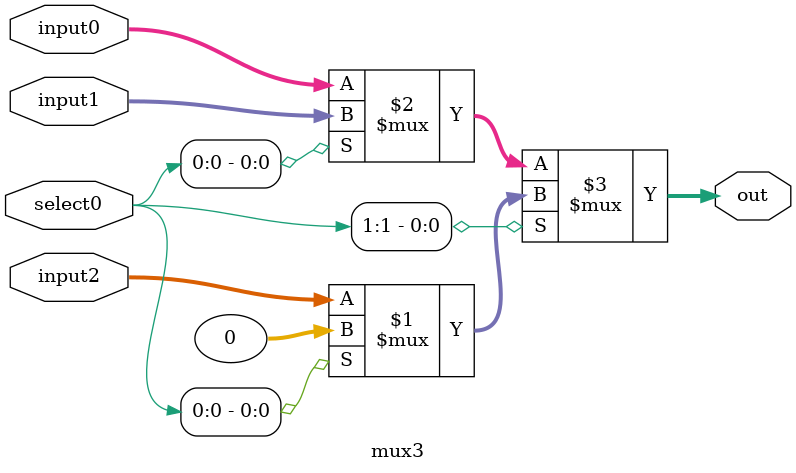
<source format=v>
module mux2 (
    input[31:0] input0,
    input[31:0] input1,
    input select0,
    output[31:0] out
);
wire[31:0] out;
assign out = (select0) ? input0 : input1;
endmodule

module mux3 (
    input[31:0] input0,
    input[31:0] input1,
    input[31:0] input2,
    input[1:0] select0,
    output[31:0] out
);
wire[31:0] out;
assign out = select0[1] ? (select0[0] ? 0 : input2) : (select0[0] ? input1 : input0);
endmodule

</source>
